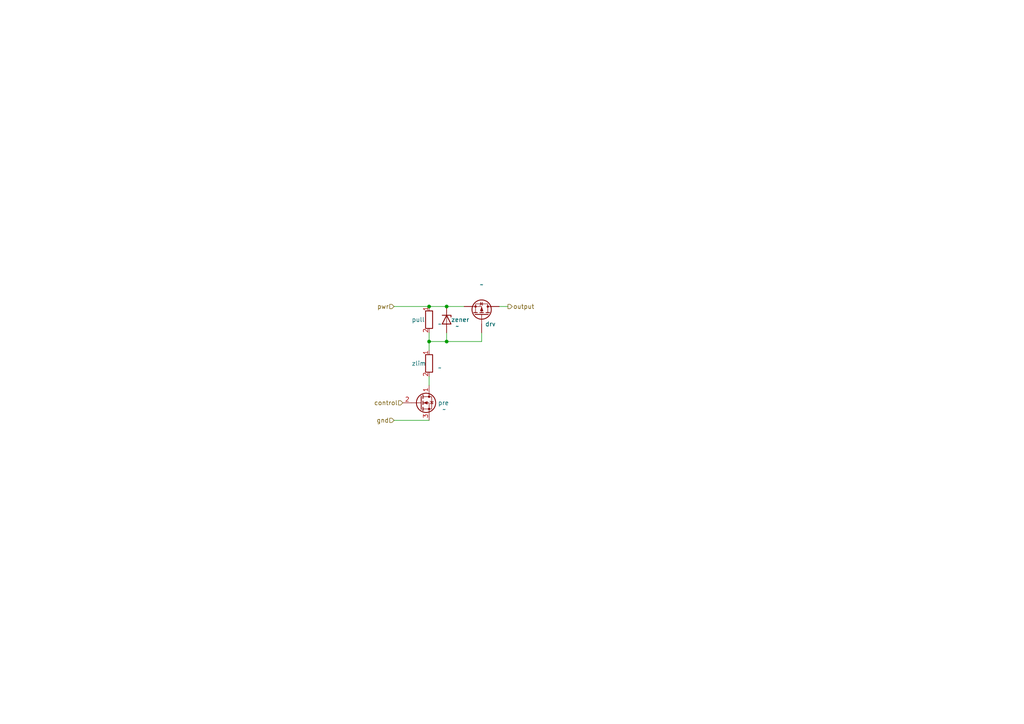
<source format=kicad_sch>
(kicad_sch (version 20230121) (generator eeschema)
  (paper "A4")
  (lib_symbols
    (symbol "Device:D_Zener" (pin_numbers hide) (pin_names (offset 1.016) hide)
      (property "Reference" "D" (at 0 2.54 0))
      (property "Value" "D_Zener" (at 0 -2.54 0))
      (symbol "D_Zener_0_1"
        (polyline (pts (xy 1.27 0) (xy -1.27 0)))
        (polyline (pts (xy -1.27 -1.27) (xy -1.27 1.27) (xy -0.762 1.27)) (stroke (width 0.254)))
        (polyline (pts (xy 1.27 -1.27) (xy 1.27 1.27) (xy -1.27 0) (xy 1.27 -1.27)) (stroke (width 0.254)))
      )
      (symbol "D_Zener_1_1"
        (pin passive line (at -3.81 0 0) (length 2.54) (name "K") (number "1"))
        (pin passive line (at 3.81 0 180) (length 2.54) (name "A") (number "2"))
      )
    )
    (symbol "Device:Q_NMOS_DGS" (pin_names (offset 0) hide)
      (property "Reference" "Q" (at 5.08 1.27 0))
      (property "Value" "Q_NMOS_DGS" (at 5.08 -1.27 0))
      (symbol "Q_NMOS_DGS_0_1"
        (polyline (pts (xy 0.254 0) (xy -2.54 0)))
        (polyline (pts (xy 0.254 1.905) (xy 0.254 -1.905)) (stroke (width 0.254)))
        (polyline (pts (xy 0.762 -1.27) (xy 0.762 -2.286)) (stroke (width 0.254)))
        (polyline (pts (xy 0.762 0.508) (xy 0.762 -0.508)) (stroke (width 0.254)))
        (polyline (pts (xy 0.762 2.286) (xy 0.762 1.27)) (stroke (width 0.254)))
        (polyline (pts (xy 2.54 2.54) (xy 2.54 1.778)))
        (polyline (pts (xy 2.54 -2.54) (xy 2.54 0) (xy 0.762 0)))
        (polyline (pts (xy 0.762 -1.778) (xy 3.302 -1.778) (xy 3.302 1.778) (xy 0.762 1.778)))
        (polyline (pts (xy 1.016 0) (xy 2.032 0.381) (xy 2.032 -0.381) (xy 1.016 0)) (fill (type outline)))
        (polyline (pts (xy 2.794 0.508) (xy 2.921 0.381) (xy 3.683 0.381) (xy 3.81 0.254)))
        (polyline (pts (xy 3.302 0.381) (xy 2.921 -0.254) (xy 3.683 -0.254) (xy 3.302 0.381)))
        (circle (center 1.651 0) (radius 2.794) (stroke (width 0.254)))
        (circle (center 2.54 -1.778) (radius 0.254) (fill (type outline)))
        (circle (center 2.54 1.778) (radius 0.254) (fill (type outline)))
      )
      (symbol "Q_NMOS_DGS_1_1"
        (pin passive line (at 2.54 5.08 270) (length 2.54) (name "D") (number "1"))
        (pin input line (at -5.08 0 0) (length 2.54) (name "G") (number "2"))
        (pin passive line (at 2.54 -5.08 90) (length 2.54) (name "S") (number "3"))
      )
    )
    (symbol "Device:Q_PMOS_DGS" (pin_numbers hide) (pin_names (offset 0) hide)
      (property "Reference" "Q" (at 5.08 1.27 0))
      (property "Value" "Q_PMOS_DGS" (at 5.08 -1.27 0))
      (symbol "Q_PMOS_DGS_0_1"
        (polyline (pts (xy 0.254 0) (xy -2.54 0)))
        (polyline (pts (xy 0.254 1.905) (xy 0.254 -1.905)) (stroke (width 0.254)))
        (polyline (pts (xy 0.762 -1.27) (xy 0.762 -2.286)) (stroke (width 0.254)))
        (polyline (pts (xy 0.762 0.508) (xy 0.762 -0.508)) (stroke (width 0.254)))
        (polyline (pts (xy 0.762 2.286) (xy 0.762 1.27)) (stroke (width 0.254)))
        (polyline (pts (xy 2.54 2.54) (xy 2.54 1.778)))
        (polyline (pts (xy 2.54 -2.54) (xy 2.54 0) (xy 0.762 0)))
        (polyline (pts (xy 0.762 1.778) (xy 3.302 1.778) (xy 3.302 -1.778) (xy 0.762 -1.778)))
        (polyline (pts (xy 2.286 0) (xy 1.27 0.381) (xy 1.27 -0.381) (xy 2.286 0)) (fill (type outline)))
        (polyline (pts (xy 2.794 -0.508) (xy 2.921 -0.381) (xy 3.683 -0.381) (xy 3.81 -0.254)))
        (polyline (pts (xy 3.302 -0.381) (xy 2.921 0.254) (xy 3.683 0.254) (xy 3.302 -0.381)))
        (circle (center 1.651 0) (radius 2.794) (stroke (width 0.254)))
        (circle (center 2.54 -1.778) (radius 0.254) (fill (type outline)))
        (circle (center 2.54 1.778) (radius 0.254) (fill (type outline)))
      )
      (symbol "Q_PMOS_DGS_1_1"
        (pin passive line (at 2.54 5.08 270) (length 2.54) (name "D") (number "1"))
        (pin input line (at -5.08 0 0) (length 2.54) (name "G") (number "2"))
        (pin passive line (at 2.54 -5.08 90) (length 2.54) (name "S") (number "3"))
      )
    )
    (symbol "Device:R" (pin_names (offset 0))
      (property "Reference" "R" (at 2.032 0 90))
      (property "Value" "R" (at 0 0 90))
      (symbol "R_0_1"
        (rectangle (start -1.016 -2.54) (end 1.016 2.54) (stroke (width 0.254)))
      )
      (symbol "R_1_1"
        (pin passive line (at 0 3.81 270) (length 1.27) (name "~") (number "1"))
        (pin passive line (at 0 -3.81 90) (length 1.27) (name "~") (number "2"))
      )
    )
  )
  (junction (at 129.54 99.06))
  (junction (at 129.54 88.9))
  (junction (at 124.46 88.9))
  (junction (at 124.46 99.06))
  (wire (pts (xy 129.54 96.52) (xy 129.54 99.06)))
  (wire (pts (xy 124.46 99.06) (xy 129.54 99.06)))
  (wire (pts (xy 129.54 88.9) (xy 134.62 88.9)))
  (wire (pts (xy 144.78 88.9) (xy 147.32 88.9)))
  (wire (pts (xy 139.7 99.06) (xy 139.7 96.52)))
  (wire (pts (xy 124.46 99.06) (xy 124.46 101.6)))
  (wire (pts (xy 129.54 99.06) (xy 139.7 99.06)))
  (wire (pts (xy 124.46 109.22) (xy 124.46 111.76)))
  (wire (pts (xy 114.3 88.9) (xy 124.46 88.9)))
  (wire (pts (xy 124.46 88.9) (xy 129.54 88.9)))
  (wire (pts (xy 124.46 96.52) (xy 124.46 99.06)))
  (wire (pts (xy 114.3 121.92) (xy 124.46 121.92)))
  (hierarchical_label "control" (shape input) (at 116.84 116.84 180))
  (hierarchical_label "pwr" (shape input) (at 114.3 88.9 180))
  (hierarchical_label "output" (shape output) (at 147.32 88.9 0))
  (hierarchical_label "gnd" (shape input) (at 114.3 121.92 180))
  (symbol (lib_id "Device:D_Zener") (at 129.54 92.71 270) (unit 1)
    (property "Reference" "zener" (at 130.81 92.71 90) (effects (justify left)))
    (property "Value" "~" (at 132.08 94.615 90) (effects (justify left)))
  )
  (symbol (lib_id "Device:R") (at 124.46 105.41 0) (unit 1)
    (property "Reference" "zlim" (at 119.38 105.41 0) (effects (justify left)))
    (property "Value" "~" (at 127 106.6799 0) (effects (justify left)))
  )
  (symbol (lib_id "Device:Q_NMOS_DGS") (at 121.92 116.84 0) (unit 1)
    (property "Reference" "pre" (at 127 116.84 0) (effects (justify left)))
    (property "Value" "~" (at 128.27 118.745 0) (effects (justify left)))
  )
  (symbol (lib_id "Device:Q_PMOS_DGS") (at 139.7 91.44 270) (mirror x) (unit 1)
    (property "Reference" "drv" (at 142.24 93.98 90))
    (property "Value" "~" (at 139.7 82.55 90))
  )
  (symbol (lib_id "Device:R") (at 124.46 92.71 0) (unit 1)
    (property "Reference" "pull" (at 119.38 92.71 0) (effects (justify left)))
    (property "Value" "~" (at 127 93.9799 0) (effects (justify left)))
  )
)
</source>
